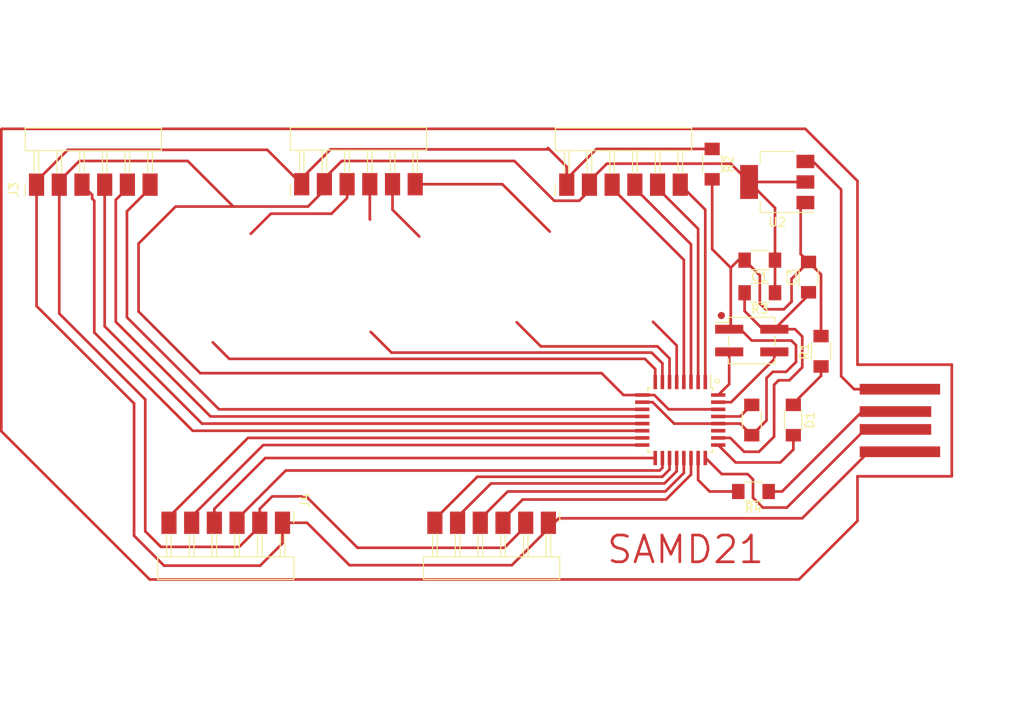
<source format=kicad_pcb>
(kicad_pcb (version 20240108) (generator "pcbnew") (generator_version "8.0")
  (layers (0 "F.Cu" signal) (31 "B.Cu" signal) (34 "B.Paste" user) (35 "F.Paste" user) (36 "B.SilkS" user "B.Silkscreen") (37 "F.SilkS" user "F.Silkscreen") (38 "B.Mask" user) (39 "F.Mask" user) (44 "Edge.Cuts" user))
  (net 0 "")
  (net 1 "GND")
  (net 2 "VDD")
  (net 3 "VCR")
  (net 4 "LED")
  (net 5 "Net-(D1-K)")
  (net 6 "RST")
  (net 7 "CLK")
  (net 8 "DIO")
  (net 9 "PA06")
  (net 10 "PA04")
  (net 11 "PA07")
  (net 12 "PA05")
  (net 13 "PA09")
  (net 14 "PA10")
  (net 15 "PA08")
  (net 16 "PA11")
  (net 17 "PA16")
  (net 18 "PA17")
  (net 19 "PA15")
  (net 20 "PA14")
  (net 21 "PA22")
  (net 22 "PA23")
  (net 23 "PA18")
  (net 24 "PA19")
  (net 25 "PA00")
  (net 26 "PA03")
  (net 27 "PA01")
  (net 28 "PA02")
  (net 29 "D-")
  (net 30 "D+")
  (net 31 "PWR5V")
  (footprint "fab:PinHeader_1x06_P2.54mm_Horizontal_SMD" (layer "F.Cu") (at 74.199832 83.15 90)
    (property "Reference" "J3" (at -1.524 -2.54 -90) (layer "F.SilkS") (effects (justify left)))
    (property "Value" "Conn_PinHeader_1x06_P2.54mm_Horizontal_SMD")
    (fp_line (start 6.35 -1.27) (end 6.35 13.97) (stroke (width 0.12)) (layer "F.SilkS"))
    (fp_line (start 3.81 -1.27) (end 6.35 -1.27) (stroke (width 0.12)) (layer "F.SilkS"))
    (fp_line (start -1.27 -1.27) (end 0 -1.27) (stroke (width 0.12)) (layer "F.SilkS"))
    (fp_line (start 3.81 -0.254) (end 1.27 -0.254) (stroke (width 0.12)) (layer "F.SilkS"))
    (fp_line (start 3.81 0.254) (end 1.27 0.254) (stroke (width 0.12)) (layer "F.SilkS"))
    (fp_line (start 3.81 2.286) (end 1.27 2.286) (stroke (width 0.12)) (layer "F.SilkS"))
    (fp_line (start 3.81 2.794) (end 1.27 2.794) (stroke (width 0.12)) (layer "F.SilkS"))
    (fp_line (start 3.81 4.826) (end 1.27 4.826) (stroke (width 0.12)) (layer "F.SilkS"))
    (fp_line (start 3.81 5.334) (end 1.27 5.334) (stroke (width 0.12)) (layer "F.SilkS"))
    (fp_line (start 3.81 7.366) (end 1.27 7.366) (stroke (width 0.12)) (layer "F.SilkS"))
    (fp_line (start 3.81 7.874) (end 1.27 7.874) (stroke (width 0.12)) (layer "F.SilkS"))
    (fp_line (start 3.81 9.906) (end 1.27 9.906) (stroke (width 0.12)) (layer "F.SilkS"))
    (fp_line (start 3.81 10.414) (end 1.27 10.414) (stroke (width 0.12)) (layer "F.SilkS"))
    (fp_line (start 3.81 12.446) (end 1.27 12.446) (stroke (width 0.12)) (layer "F.SilkS"))
    (fp_line (start 3.81 12.954) (end 1.27 12.954) (stroke (width 0.12)) (layer "F.SilkS"))
    (fp_line (start 6.35 13.97) (end 3.81 13.97) (stroke (width 0.12)) (layer "F.SilkS"))
    (fp_line (start 3.81 13.97) (end 3.81 -1.27) (stroke (width 0.12)) (layer "F.SilkS"))
    (pad "1" smd rect (at 0 0 90) (size 2.5 1.7) (layers "F.Cu" "F.Paste" "F.Mask") (net 1 "GND"))
    (pad "2" smd rect (at 0 2.54 90) (size 2.5 1.7) (layers "F.Cu" "F.Paste" "F.Mask") (net 2 "VDD"))
    (pad "3" smd rect (at 0 5.08 90) (size 2.5 1.7) (layers "F.Cu" "F.Paste" "F.Mask") (net 16 "PA11"))
    (pad "4" smd rect (at 0 7.62 90) (size 2.5 1.7) (layers "F.Cu" "F.Paste" "F.Mask") (net 14 "PA10"))
    (pad "5" smd rect (at 0 10.16 90) (size 2.5 1.7) (layers "F.Cu" "F.Paste" "F.Mask") (net 13 "PA09"))
    (pad "6" smd rect (at 0 12.7 90) (size 2.5 1.7) (layers "F.Cu" "F.Paste" "F.Mask") (net 15 "PA08"))
  )
  (footprint "fab:R_1206" (layer "F.Cu") (at 161.959832 101.8 90)
    (property "Reference" "R1" (at 0 -1.85 -90) (layer "F.SilkS"))
    (property "Value" "220")
    (fp_line (start -1 -1.07) (end 1 -1.07) (stroke (width 0.12)) (layer "F.SilkS"))
    (fp_line (start 1 1.07) (end -1 1.07) (stroke (width 0.12)) (layer "F.SilkS"))
    (pad "1" smd rect (at -1.7 0 90) (size 1.4 1.7) (layers "F.Cu" "F.Paste" "F.Mask") (net 5 "Net-(D1-K)"))
    (pad "2" smd rect (at 1.7 0 90) (size 1.4 1.7) (layers "F.Cu" "F.Paste" "F.Mask") (net 1 "GND"))
  )
  (footprint "fab:C_1206" (layer "F.Cu") (at 160.559832 93.5 90)
    (property "Reference" "C3" (at 0 -1.85 -90) (layer "F.SilkS"))
    (property "Value" "1uf")
    (fp_line (start -1 -1.07) (end 1 -1.07) (stroke (width 0.12)) (layer "F.SilkS"))
    (fp_line (start 1 1.07) (end -1 1.07) (stroke (width 0.12)) (layer "F.SilkS"))
    (pad "1" smd rect (at -1.7 0 90) (size 1.4 1.7) (layers "F.Cu" "F.Paste" "F.Mask") (net 6 "RST"))
    (pad "2" smd rect (at 1.7 0 90) (size 1.4 1.7) (layers "F.Cu" "F.Paste" "F.Mask") (net 1 "GND"))
  )
  (footprint "fab:C_1206" (layer "F.Cu") (at 155.109832 91.6 180)
    (property "Reference" "C1" (at 0 -1.85 180) (layer "F.SilkS"))
    (property "Value" "1uF")
    (fp_line (start 1 1.07) (end -1 1.07) (stroke (width 0.12)) (layer "F.SilkS"))
    (fp_line (start -1 -1.07) (end 1 -1.07) (stroke (width 0.12)) (layer "F.SilkS"))
    (pad "1" smd rect (at -1.7 0 180) (size 1.4 1.7) (layers "F.Cu" "F.Paste" "F.Mask") (net 2 "VDD"))
    (pad "2" smd rect (at 1.7 0 180) (size 1.4 1.7) (layers "F.Cu" "F.Paste" "F.Mask") (net 1 "GND"))
  )
  (footprint "fab:PinHeader_1x06_P2.54mm_Horizontal_SMD" (layer "F.Cu") (at 131.459832 121 -90)
    (property "Reference" "J5" (hide yes))
    (property "Value" "Conn_PinHeader_1x06_P2.54mm_Horizontal_SMD")
    (fp_line (start 3.81 13.97) (end 3.81 -1.27) (stroke (width 0.12)) (layer "F.SilkS"))
    (fp_line (start 6.35 13.97) (end 3.81 13.97) (stroke (width 0.12)) (layer "F.SilkS"))
    (fp_line (start 3.81 12.954) (end 1.27 12.954) (stroke (width 0.12)) (layer "F.SilkS"))
    (fp_line (start 3.81 12.446) (end 1.27 12.446) (stroke (width 0.12)) (layer "F.SilkS"))
    (fp_line (start 3.81 10.414) (end 1.27 10.414) (stroke (width 0.12)) (layer "F.SilkS"))
    (fp_line (start 3.81 9.906) (end 1.27 9.906) (stroke (width 0.12)) (layer "F.SilkS"))
    (fp_line (start 3.81 7.874) (end 1.27 7.874) (stroke (width 0.12)) (layer "F.SilkS"))
    (fp_line (start 3.81 7.366) (end 1.27 7.366) (stroke (width 0.12)) (layer "F.SilkS"))
    (fp_line (start 3.81 5.334) (end 1.27 5.334) (stroke (width 0.12)) (layer "F.SilkS"))
    (fp_line (start 3.81 4.826) (end 1.27 4.826) (stroke (width 0.12)) (layer "F.SilkS"))
    (fp_line (start 3.81 2.794) (end 1.27 2.794) (stroke (width 0.12)) (layer "F.SilkS"))
    (fp_line (start 3.81 2.286) (end 1.27 2.286) (stroke (width 0.12)) (layer "F.SilkS"))
    (fp_line (start 3.81 0.254) (end 1.27 0.254) (stroke (width 0.12)) (layer "F.SilkS"))
    (fp_line (start 3.81 -0.254) (end 1.27 -0.254) (stroke (width 0.12)) (layer "F.SilkS"))
    (fp_line (start -1.27 -1.27) (end 0 -1.27) (stroke (width 0.12)) (layer "F.SilkS"))
    (fp_line (start 3.81 -1.27) (end 6.35 -1.27) (stroke (width 0.12)) (layer "F.SilkS"))
    (fp_line (start 6.35 -1.27) (end 6.35 13.97) (stroke (width 0.12)) (layer "F.SilkS"))
    (pad "1" smd rect (at 0 0 270) (size 2.5 1.7) (layers "F.Cu" "F.Paste" "F.Mask") (net 1 "GND"))
    (pad "2" smd rect (at 0 2.54 270) (size 2.5 1.7) (layers "F.Cu" "F.Paste" "F.Mask") (net 2 "VDD"))
    (pad "3" smd rect (at 0 5.08 270) (size 2.5 1.7) (layers "F.Cu" "F.Paste" "F.Mask") (net 22 "PA23"))
    (pad "4" smd rect (at 0 7.62 270) (size 2.5 1.7) (layers "F.Cu" "F.Paste" "F.Mask") (net 21 "PA22"))
    (pad "5" smd rect (at 0 10.16 270) (size 2.5 1.7) (layers "F.Cu" "F.Paste" "F.Mask") (net 24 "PA19"))
    (pad "6" smd rect (at 0 12.7 270) (size 2.5 1.7) (layers "F.Cu" "F.Paste" "F.Mask") (net 23 "PA18"))
  )
  (footprint "fab:PinHeader_1x06_P2.54mm_Horizontal_SMD" (layer "F.Cu") (at 101.709832 121 -90)
    (property "Reference" "J4" (at -1.524 -2.54 90) (layer "F.SilkS") (effects (justify left)))
    (property "Value" "Conn_PinHeader_1x06_P2.54mm_Horizontal_SMD")
    (fp_line (start 3.81 13.97) (end 3.81 -1.27) (stroke (width 0.12)) (layer "F.SilkS"))
    (fp_line (start 6.35 13.97) (end 3.81 13.97) (stroke (width 0.12)) (layer "F.SilkS"))
    (fp_line (start 3.81 12.954) (end 1.27 12.954) (stroke (width 0.12)) (layer "F.SilkS"))
    (fp_line (start 3.81 12.446) (end 1.27 12.446) (stroke (width 0.12)) (layer "F.SilkS"))
    (fp_line (start 3.81 10.414) (end 1.27 10.414) (stroke (width 0.12)) (layer "F.SilkS"))
    (fp_line (start 3.81 9.906) (end 1.27 9.906) (stroke (width 0.12)) (layer "F.SilkS"))
    (fp_line (start 3.81 7.874) (end 1.27 7.874) (stroke (width 0.12)) (layer "F.SilkS"))
    (fp_line (start 3.81 7.366) (end 1.27 7.366) (stroke (width 0.12)) (layer "F.SilkS"))
    (fp_line (start 3.81 5.334) (end 1.27 5.334) (stroke (width 0.12)) (layer "F.SilkS"))
    (fp_line (start 3.81 4.826) (end 1.27 4.826) (stroke (width 0.12)) (layer "F.SilkS"))
    (fp_line (start 3.81 2.794) (end 1.27 2.794) (stroke (width 0.12)) (layer "F.SilkS"))
    (fp_line (start 3.81 2.286) (end 1.27 2.286) (stroke (width 0.12)) (layer "F.SilkS"))
    (fp_line (start 3.81 0.254) (end 1.27 0.254) (stroke (width 0.12)) (layer "F.SilkS"))
    (fp_line (start 3.81 -0.254) (end 1.27 -0.254) (stroke (width 0.12)) (layer "F.SilkS"))
    (fp_line (start -1.27 -1.27) (end 0 -1.27) (stroke (width 0.12)) (layer "F.SilkS"))
    (fp_line (start 3.81 -1.27) (end 6.35 -1.27) (stroke (width 0.12)) (layer "F.SilkS"))
    (fp_line (start 6.35 -1.27) (end 6.35 13.97) (stroke (width 0.12)) (layer "F.SilkS"))
    (pad "1" smd rect (at 0 0 270) (size 2.5 1.7) (layers "F.Cu" "F.Paste" "F.Mask") (net 1 "GND"))
    (pad "2" smd rect (at 0 2.54 270) (size 2.5 1.7) (layers "F.Cu" "F.Paste" "F.Mask") (net 2 "VDD"))
    (pad "3" smd rect (at 0 5.08 270) (size 2.5 1.7) (layers "F.Cu" "F.Paste" "F.Mask") (net 18 "PA17"))
    (pad "4" smd rect (at 0 7.62 270) (size 2.5 1.7) (layers "F.Cu" "F.Paste" "F.Mask") (net 17 "PA16"))
    (pad "5" smd rect (at 0 10.16 270) (size 2.5 1.7) (layers "F.Cu" "F.Paste" "F.Mask") (net 19 "PA15"))
    (pad "6" smd rect (at 0 12.7 270) (size 2.5 1.7) (layers "F.Cu" "F.Paste" "F.Mask") (net 20 "PA14"))
  )
  (footprint "fab:R_1206" (layer "F.Cu") (at 154.4 117.5 180)
    (property "Reference" "R4" (at 0 -1.85 180) (layer "F.SilkS"))
    (property "Value" "R_1206")
    (fp_line (start 1 1.07) (end -1 1.07) (stroke (width 0.12)) (layer "F.SilkS"))
    (fp_line (start -1 -1.07) (end 1 -1.07) (stroke (width 0.12)) (layer "F.SilkS"))
    (pad "1" smd rect (at -1.7 0 180) (size 1.4 1.7) (layers "F.Cu" "F.Paste" "F.Mask") (net 29 "D-"))
    (pad "2" smd rect (at 1.7 0 180) (size 1.4 1.7) (layers "F.Cu" "F.Paste" "F.Mask") (net 29 "D-"))
  )
  (footprint "fab:TQFP-32_7x7mm_P0.8mm" (layer "F.Cu") (at 146.209832 109.5 -90)
    (property "Reference" "U1" (hide yes))
    (property "Value" "Microcontroller_ATSAMD21E17A-AUT")
    (fp_line (start -3.625 3.625) (end -3.3 3.625) (stroke (width 0.15)) (layer "F.SilkS"))
    (fp_line (start -3.625 3.625) (end -3.625 3.3) (stroke (width 0.15)) (layer "F.SilkS"))
    (fp_line (start 3.625 3.625) (end 3.3 3.625) (stroke (width 0.15)) (layer "F.SilkS"))
    (fp_line (start 3.625 3.625) (end 3.625 3.3) (stroke (width 0.15)) (layer "F.SilkS"))
    (fp_line (start -3.625 -3.4) (end -5.05 -3.4) (stroke (width 0.15)) (layer "F.SilkS"))
    (fp_line (start -3.625 -3.625) (end -3.625 -3.4) (stroke (width 0.15)) (layer "F.SilkS"))
    (fp_line (start -3.625 -3.625) (end -3.3 -3.625) (stroke (width 0.15)) (layer "F.SilkS"))
    (fp_line (start 3.625 -3.625) (end 3.625 -3.3) (stroke (width 0.15)) (layer "F.SilkS"))
    (fp_line (start 3.625 -3.625) (end 3.3 -3.625) (stroke (width 0.15)) (layer "F.SilkS"))
    (fp_circle (center -4.375 -4.15) (end -4.375 -3.9) (stroke (width 0.12)) (fill none) (layer "F.SilkS"))
    (pad "1" smd rect (at -4.25 -2.8 270) (size 1.6 0.4) (layers "F.Cu" "F.Paste" "F.Mask") (net 25 "PA00"))
    (pad "2" smd rect (at -4.25 -2 270) (size 1.6 0.4) (layers "F.Cu" "F.Paste" "F.Mask") (net 27 "PA01"))
    (pad "3" smd rect (at -4.25 -1.2 270) (size 1.6 0.4) (layers "F.Cu" "F.Paste" "F.Mask") (net 28 "PA02"))
    (pad "4" smd rect (at -4.25 -0.4 270) (size 1.6 0.4) (layers "F.Cu" "F.Paste" "F.Mask") (net 26 "PA03"))
    (pad "5" smd rect (at -4.25 0.4 270) (size 1.6 0.4) (layers "F.Cu" "F.Paste" "F.Mask") (net 10 "PA04"))
    (pad "6" smd rect (at -4.25 1.2 270) (size 1.6 0.4) (layers "F.Cu" "F.Paste" "F.Mask") (net 12 "PA05"))
    (pad "7" smd rect (at -4.25 2 270) (size 1.6 0.4) (layers "F.Cu" "F.Paste" "F.Mask") (net 9 "PA06"))
    (pad "8" smd rect (at -4.25 2.8 270) (size 1.6 0.4) (layers "F.Cu" "F.Paste" "F.Mask") (net 11 "PA07"))
    (pad "9" smd rect (at -2.8 4.25) (size 1.6 0.4) (layers "F.Cu" "F.Paste" "F.Mask") (net 2 "VDD"))
    (pad "10" smd rect (at -2 4.25) (size 1.6 0.4) (layers "F.Cu" "F.Paste" "F.Mask") (net 1 "GND"))
    (pad "11" smd rect (at -1.2 4.25) (size 1.6 0.4) (layers "F.Cu" "F.Paste" "F.Mask") (net 15 "PA08"))
    (pad "12" smd rect (at -0.4 4.25) (size 1.6 0.4) (layers "F.Cu" "F.Paste" "F.Mask") (net 13 "PA09"))
    (pad "13" smd rect (at 0.4 4.25) (size 1.6 0.4) (layers "F.Cu" "F.Paste" "F.Mask") (net 14 "PA10"))
    (pad "14" smd rect (at 1.2 4.25) (size 1.6 0.4) (layers "F.Cu" "F.Paste" "F.Mask") (net 16 "PA11"))
    (pad "15" smd rect (at 2 4.25) (size 1.6 0.4) (layers "F.Cu" "F.Paste" "F.Mask") (net 20 "PA14"))
    (pad "16" smd rect (at 2.8 4.25) (size 1.6 0.4) (layers "F.Cu" "F.Paste" "F.Mask") (net 19 "PA15"))
    (pad "17" smd rect (at 4.25 2.8 270) (size 1.6 0.4) (layers "F.Cu" "F.Paste" "F.Mask") (net 17 "PA16"))
    (pad "18" smd rect (at 4.25 2 270) (size 1.6 0.4) (layers "F.Cu" "F.Paste" "F.Mask") (net 18 "PA17"))
    (pad "19" smd rect (at 4.25 1.2 270) (size 1.6 0.4) (layers "F.Cu" "F.Paste" "F.Mask") (net 23 "PA18"))
    (pad "20" smd rect (at 4.25 0.4 270) (size 1.6 0.4) (layers "F.Cu" "F.Paste" "F.Mask") (net 24 "PA19"))
    (pad "21" smd rect (at 4.25 -0.4 270) (size 1.6 0.4) (layers "F.Cu" "F.Paste" "F.Mask") (net 21 "PA22"))
    (pad "22" smd rect (at 4.25 -1.2 270) (size 1.6 0.4) (layers "F.Cu" "F.Paste" "F.Mask") (net 22 "PA23"))
    (pad "23" smd rect (at 4.25 -2 270) (size 1.6 0.4) (layers "F.Cu" "F.Paste" "F.Mask") (net 29 "D-"))
    (pad "24" smd rect (at 4.25 -2.8 270) (size 1.6 0.4) (layers "F.Cu" "F.Paste" "F.Mask") (net 30 "D+"))
    (pad "25" smd rect (at 2.8 -4.25) (size 1.6 0.4) (layers "F.Cu" "F.Paste" "F.Mask") (net 4 "LED"))
    (pad "26" smd rect (at 2 -4.25) (size 1.6 0.4) (layers "F.Cu" "F.Paste" "F.Mask") (net 6 "RST"))
    (pad "27" smd rect (at 1.2 -4.25) (size 1.6 0.4) (layers "F.Cu" "F.Paste" "F.Mask"))
    (pad "28" smd rect (at 0.4 -4.25) (size 1.6 0.4) (layers "F.Cu" "F.Paste" "F.Mask") (net 1 "GND"))
    (pad "29" smd rect (at -0.4 -4.25) (size 1.6 0.4) (layers "F.Cu" "F.Paste" "F.Mask") (net 3 "VCR"))
    (pad "30" smd rect (at -1.2 -4.25) (size 1.6 0.4) (layers "F.Cu" "F.Paste" "F.Mask") (net 2 "VDD"))
    (pad "31" smd rect (at -2 -4.25) (size 1.6 0.4) (layers "F.Cu" "F.Paste" "F.Mask") (net 7 "CLK"))
    (pad "32" smd rect (at -2.8 -4.25) (size 1.6 0.4) (layers "F.Cu" "F.Paste" "F.Mask") (net 8 "DIO"))
  )
  (footprint "fab:PinHeader_1x06_P2.54mm_Horizontal_SMD" (layer "F.Cu") (at 103.859832 83.1 90)
    (property "Reference" "J2" (hide yes))
    (property "Value" "Conn_PinHeader_1x06_P2.54mm_Horizontal_SMD")
    (fp_line (start 6.35 -1.27) (end 6.35 13.97) (stroke (width 0.12)) (layer "F.SilkS"))
    (fp_line (start 3.81 -1.27) (end 6.35 -1.27) (stroke (width 0.12)) (layer "F.SilkS"))
    (fp_line (start -1.27 -1.27) (end 0 -1.27) (stroke (width 0.12)) (layer "F.SilkS"))
    (fp_line (start 3.81 -0.254) (end 1.27 -0.254) (stroke (width 0.12)) (layer "F.SilkS"))
    (fp_line (start 3.81 0.254) (end 1.27 0.254) (stroke (width 0.12)) (layer "F.SilkS"))
    (fp_line (start 3.81 2.286) (end 1.27 2.286) (stroke (width 0.12)) (layer "F.SilkS"))
    (fp_line (start 3.81 2.794) (end 1.27 2.794) (stroke (width 0.12)) (layer "F.SilkS"))
    (fp_line (start 3.81 4.826) (end 1.27 4.826) (stroke (width 0.12)) (layer "F.SilkS"))
    (fp_line (start 3.81 5.334) (end 1.27 5.334) (stroke (width 0.12)) (layer "F.SilkS"))
    (fp_line (start 3.81 7.366) (end 1.27 7.366) (stroke (width 0.12)) (layer "F.SilkS"))
    (fp_line (start 3.81 7.874) (end 1.27 7.874) (stroke (width 0.12)) (layer "F.SilkS"))
    (fp_line (start 3.81 9.906) (end 1.27 9.906) (stroke (width 0.12)) (layer "F.SilkS"))
    (fp_line (start 3.81 10.414) (end 1.27 10.414) (stroke (width 0.12)) (layer "F.SilkS"))
    (fp_line (start 3.81 12.446) (end 1.27 12.446) (stroke (width 0.12)) (layer "F.SilkS"))
    (fp_line (start 3.81 12.954) (end 1.27 12.954) (stroke (width 0.12)) (layer "F.SilkS"))
    (fp_line (start 6.35 13.97) (end 3.81 13.97) (stroke (width 0.12)) (layer "F.SilkS"))
    (fp_line (start 3.81 13.97) (end 3.81 -1.27) (stroke (width 0.12)) (layer "F.SilkS"))
    (pad "1" smd rect (at 0 0 90) (size 2.5 1.7) (layers "F.Cu" "F.Paste" "F.Mask") (net 1 "GND"))
    (pad "2" smd rect (at 0 2.54 90) (size 2.5 1.7) (layers "F.Cu" "F.Paste" "F.Mask") (net 2 "VDD"))
    (pad "3" smd rect (at 0 5.08 90) (size 2.5 1.7) (layers "F.Cu" "F.Paste" "F.Mask") (net 11 "PA07"))
    (pad "4" smd rect (at 0 7.62 90) (size 2.5 1.7) (layers "F.Cu" "F.Paste" "F.Mask") (net 9 "PA06"))
    (pad "5" smd rect (at 0 10.16 90) (size 2.5 1.7) (layers "F.Cu" "F.Paste" "F.Mask") (net 12 "PA05"))
    (pad "6" smd rect (at 0 12.7 90) (size 2.5 1.7) (layers "F.Cu" "F.Paste" "F.Mask") (net 10 "PA04"))
  )
  (footprint "fab:Conn_USB_A_Plain" (layer "F.Cu") (at 170.784832 109.55)
    (property "Reference" "P1" (hide yes))
    (property "Value" "Conn_USB_A_Plain")
    (pad "1" smd rect (at 0 -3.5) (size 9 1.2) (layers "F.Cu" "F.Paste" "F.Mask") (net 31 "PWR5V"))
    (pad "2" smd rect (at -0.5 -1) (size 8 1.2) (layers "F.Cu" "F.Paste" "F.Mask") (net 29 "D-"))
    (pad "3" smd rect (at -0.5 1) (size 8 1.2) (layers "F.Cu" "F.Paste" "F.Mask") (net 30 "D+"))
    (pad "4" smd rect (at 0 3.5) (size 9 1.2) (layers "F.Cu" "F.Paste" "F.Mask") (net 1 "GND"))
  )
  (footprint "fab:PinHeader_2x02_P2.54mm_Vertical_SMD" (layer "F.Cu") (at 154.209832 100.6)
    (property "Reference" "J0" (hide yes))
    (property "Value" "Conn_PinHeader_SWD_2x02_P2.54mm_Vertical_SMD")
    (fp_circle (center -3.4 -2.8) (end -3.1 -2.8) (stroke (width 0.2)) (fill solid) (layer "F.Cu"))
    (fp_line (start -4.04 -2.03) (end -2.6 -2.03) (stroke (width 0.12)) (layer "F.SilkS"))
    (fp_line (start -2.6 -2.6) (end -2.6 -2.03) (stroke (width 0.12)) (layer "F.SilkS"))
    (fp_line (start -2.6 -2.6) (end 2.6 -2.6) (stroke (width 0.12)) (layer "F.SilkS"))
    (fp_line (start -2.6 -0.51) (end -2.6 0.51) (stroke (width 0.12)) (layer "F.SilkS"))
    (fp_line (start -2.6 2.03) (end -2.6 2.6) (stroke (width 0.12)) (layer "F.SilkS"))
    (fp_line (start -2.6 2.6) (end 2.6 2.6) (stroke (width 0.12)) (layer "F.SilkS"))
    (fp_line (start 2.6 -2.6) (end 2.6 -2.03) (stroke (width 0.12)) (layer "F.SilkS"))
    (fp_line (start 2.6 -0.51) (end 2.6 0.51) (stroke (width 0.12)) (layer "F.SilkS"))
    (fp_line (start 2.6 2.03) (end 2.6 2.6) (stroke (width 0.12)) (layer "F.SilkS"))
    (pad "1" smd rect (at -2.525 -1.27) (size 3.15 1) (layers "F.Cu" "F.Paste" "F.Mask") (net 1 "GND"))
    (pad "2" smd rect (at 2.525 -1.27) (size 3.15 1) (layers "F.Cu" "F.Paste" "F.Mask") (net 6 "RST"))
    (pad "3" smd rect (at -2.525 1.27) (size 3.15 1) (layers "F.Cu" "F.Paste" "F.Mask") (net 8 "DIO"))
    (pad "4" smd rect (at 2.525 1.27) (size 3.15 1) (layers "F.Cu" "F.Paste" "F.Mask") (net 7 "CLK"))
  )
  (footprint "fab:LED_1206" (layer "F.Cu") (at 158.859832 109.5 -90)
    (property "Reference" "D1" (at 0 -1.85 90) (layer "F.SilkS"))
    (property "Value" "LED_1206")
    (fp_line (start -1.1 1) (end 1.1 1) (stroke (width 0.12)) (layer "F.SilkS"))
    (fp_line (start -1.1 -0.95) (end 1.1 -0.95) (stroke (width 0.12)) (layer "F.SilkS"))
    (pad "1" smd rect (at -1.7 0 270) (size 1.4 1.7) (layers "F.Cu" "F.Paste" "F.Mask") (net 5 "Net-(D1-K)"))
    (pad "2" smd rect (at 1.7 0 270) (size 1.4 1.7) (layers "F.Cu" "F.Paste" "F.Mask") (net 4 "LED"))
  )
  (footprint "fab:PinHeader_1x06_P2.54mm_Horizontal_SMD" (layer "F.Cu") (at 133.509832 83.15 90)
    (property "Reference" "J1" (hide yes))
    (property "Value" "Conn_PinHeader_1x06_P2.54mm_Horizontal_SMD")
    (fp_line (start 6.35 -1.27) (end 6.35 13.97) (stroke (width 0.12)) (layer "F.SilkS"))
    (fp_line (start 3.81 -1.27) (end 6.35 -1.27) (stroke (width 0.12)) (layer "F.SilkS"))
    (fp_line (start -1.27 -1.27) (end 0 -1.27) (stroke (width 0.12)) (layer "F.SilkS"))
    (fp_line (start 3.81 -0.254) (end 1.27 -0.254) (stroke (width 0.12)) (layer "F.SilkS"))
    (fp_line (start 3.81 0.254) (end 1.27 0.254) (stroke (width 0.12)) (layer "F.SilkS"))
    (fp_line (start 3.81 2.286) (end 1.27 2.286) (stroke (width 0.12)) (layer "F.SilkS"))
    (fp_line (start 3.81 2.794) (end 1.27 2.794) (stroke (width 0.12)) (layer "F.SilkS"))
    (fp_line (start 3.81 4.826) (end 1.27 4.826) (stroke (width 0.12)) (layer "F.SilkS"))
    (fp_line (start 3.81 5.334) (end 1.27 5.334) (stroke (width 0.12)) (layer "F.SilkS"))
    (fp_line (start 3.81 7.366) (end 1.27 7.366) (stroke (width 0.12)) (layer "F.SilkS"))
    (fp_line (start 3.81 7.874) (end 1.27 7.874) (stroke (width 0.12)) (layer "F.SilkS"))
    (fp_line (start 3.81 9.906) (end 1.27 9.906) (stroke (width 0.12)) (layer "F.SilkS"))
    (fp_line (start 3.81 10.414) (end 1.27 10.414) (stroke (width 0.12)) (layer "F.SilkS"))
    (fp_line (start 3.81 12.446) (end 1.27 12.446) (stroke (width 0.12)) (layer "F.SilkS"))
    (fp_line (start 3.81 12.954) (end 1.27 12.954) (stroke (width 0.12)) (layer "F.SilkS"))
    (fp_line (start 6.35 13.97) (end 3.81 13.97) (stroke (width 0.12)) (layer "F.SilkS"))
    (fp_line (start 3.81 13.97) (end 3.81 -1.27) (stroke (width 0.12)) (layer "F.SilkS"))
    (pad "1" smd rect (at 0 0 90) (size 2.5 1.7) (layers "F.Cu" "F.Paste" "F.Mask") (net 1 "GND"))
    (pad "2" smd rect (at 0 2.54 90) (size 2.5 1.7) (layers "F.Cu" "F.Paste" "F.Mask") (net 2 "VDD"))
    (pad "3" smd rect (at 0 5.08 90) (size 2.5 1.7) (layers "F.Cu" "F.Paste" "F.Mask") (net 26 "PA03"))
    (pad "4" smd rect (at 0 7.62 90) (size 2.5 1.7) (layers "F.Cu" "F.Paste" "F.Mask") (net 28 "PA02"))
    (pad "5" smd rect (at 0 10.16 90) (size 2.5 1.7) (layers "F.Cu" "F.Paste" "F.Mask") (net 27 "PA01"))
    (pad "6" smd rect (at 0 12.7 90) (size 2.5 1.7) (layers "F.Cu" "F.Paste" "F.Mask") (net 25 "PA00"))
  )
  (footprint "fab:C_1206" (layer "F.Cu") (at 154.209832 109.5 -90)
    (property "Reference" "C2" (hide yes))
    (property "Value" "C_1206")
    (fp_line (start 1 1.07) (end -1 1.07) (stroke (width 0.12)) (layer "F.SilkS"))
    (fp_line (start -1 -1.07) (end 1 -1.07) (stroke (width 0.12)) (layer "F.SilkS"))
    (pad "1" smd rect (at -1.7 0 270) (size 1.4 1.7) (layers "F.Cu" "F.Paste" "F.Mask") (net 3 "VCR"))
    (pad "2" smd rect (at 1.7 0 270) (size 1.4 1.7) (layers "F.Cu" "F.Paste" "F.Mask") (net 1 "GND"))
  )
  (footprint "fab:SOT-223-3_TabPin2" (layer "F.Cu") (at 157.059832 82.85 180)
    (property "Reference" "U2" (at 0 -4.5 180) (layer "F.SilkS"))
    (property "Value" "Regulator_Linear_3.3V_1A_DiodesIncorporated")
    (fp_line (start 1.91 3.41) (end 1.91 2.15) (stroke (width 0.12)) (layer "F.SilkS"))
    (fp_line (start 1.91 -3.41) (end 1.91 -2.15) (stroke (width 0.12)) (layer "F.SilkS"))
    (fp_line (start -1.85 3.41) (end 1.91 3.41) (stroke (width 0.12)) (layer "F.SilkS"))
    (fp_line (start -4.1 -3.41) (end 1.91 -3.41) (stroke (width 0.12)) (layer "F.SilkS"))
    (pad "1" smd rect (at -3.15 -2.3 180) (size 2 1.5) (layers "F.Cu" "F.Paste" "F.Mask") (net 1 "GND"))
    (pad "2" smd rect (at -3.15 0 180) (size 2 1.5) (layers "F.Cu" "F.Paste" "F.Mask") (net 2 "VDD"))
    (pad "2" smd rect (at 3.15 0 180) (size 2 3.8) (layers "F.Cu" "F.Paste" "F.Mask") (net 2 "VDD"))
    (pad "3" smd rect (at -3.15 2.3 180) (size 2 1.5) (layers "F.Cu" "F.Paste" "F.Mask") (net 31 "PWR5V"))
  )
  (footprint "fab:R_1206" (layer "F.Cu") (at 155.109832 95.25 180)
    (property "Reference" "R3" (at 0 -1.85 180) (layer "F.SilkS"))
    (property "Value" "1k")
    (fp_line (start 1 1.07) (end -1 1.07) (stroke (width 0.12)) (layer "F.SilkS"))
    (fp_line (start -1 -1.07) (end 1 -1.07) (stroke (width 0.12)) (layer "F.SilkS"))
    (pad "1" smd rect (at -1.7 0 180) (size 1.4 1.7) (layers "F.Cu" "F.Paste" "F.Mask") (net 2 "VDD"))
    (pad "2" smd rect (at 1.7 0 180) (size 1.4 1.7) (layers "F.Cu" "F.Paste" "F.Mask") (net 6 "RST"))
  )
  (footprint "fab:R_1206" (layer "F.Cu") (at 149.779832 80.85 -90)
    (property "Reference" "R2" (at 0 -1.85 90) (layer "F.SilkS"))
    (property "Value" "R_1206")
    (fp_line (start 1 1.07) (end -1 1.07) (stroke (width 0.12)) (layer "F.SilkS"))
    (fp_line (start -1 -1.07) (end 1 -1.07) (stroke (width 0.12)) (layer "F.SilkS"))
    (pad "1" smd rect (at -1.7 0 270) (size 1.4 1.7) (layers "F.Cu" "F.Paste" "F.Mask") (net 1 "GND"))
    (pad "2" smd rect (at 1.7 0 270) (size 1.4 1.7) (layers "F.Cu" "F.Paste" "F.Mask") (net 1 "GND"))
  )
  (gr_text "SAMD21" (at 146.8 125.75 0) (layer "F.Cu") (effects (font (size 3 3) (thickness 0.3) (bold yes)) (justify bottom)))
  (segment (start 70.259832 110.75) (end 70.259832 76.95) (width 0.3) (layer "F.Cu") (net 0))
  (segment (start 70.309832 76.95) (end 70.359832 76.9) (width 0.3) (layer "F.Cu") (net 0))
  (segment (start 176.584832 115.8) (end 166.034832 115.8) (width 0.3) (layer "F.Cu") (net 0))
  (segment (start 160.199782 76.9) (end 166.034832 82.73505) (width 0.3) (layer "F.Cu") (net 0))
  (segment (start 166.034832 103.3) (end 176.584832 103.3) (width 0.3) (layer "F.Cu") (net 0))
  (segment (start 166.034832 82.73505) (end 166.034832 103.3) (width 0.3) (layer "F.Cu") (net 0))
  (segment (start 166.034832 115.8) (end 166.034832 120.796087) (width 0.3) (layer "F.Cu") (net 0))
  (segment (start 176.584832 103.3) (end 176.584832 115.8) (width 0.3) (layer "F.Cu") (net 0))
  (segment (start 159.480919 127.35) (end 86.859832 127.35) (width 0.3) (layer "F.Cu") (net 0))
  (segment (start 86.859832 127.35) (end 70.259832 110.75) (width 0.3) (layer "F.Cu") (net 0))
  (segment (start 70.259832 76.95) (end 70.309832 76.9) (width 0.3) (layer "F.Cu") (net 0))
  (segment (start 166.034832 120.796087) (end 159.480919 127.35) (width 0.3) (layer "F.Cu") (net 0))
  (segment (start 70.359832 76.9) (end 160.199782 76.9) (width 0.3) (layer "F.Cu") (net 0))
  (segment (start 100.009832 79.25) (end 103.859832 83.1) (width 0.3) (layer "F.Cu") (net 1))
  (segment (start 74.199832 83.15) (end 74.199832 96.74) (width 0.3) (layer "F.Cu") (net 1))
  (segment (start 152.709832 91.6) (end 151.859832 92.45) (width 0.3) (layer "F.Cu") (net 1))
  (segment (start 155.859832 109.55) (end 155.859832 104.8) (width 0.3) (layer "F.Cu") (net 1))
  (segment (start 127.369832 125.75) (end 132.619832 120.5) (width 0.3) (layer "F.Cu") (net 1))
  (segment (start 158.639832 100.6) (end 154.209832 100.6) (width 0.3) (layer "F.Cu") (net 1))
  (segment (start 143.119882 107.5) (end 145.519882 109.9) (width 0.3) (layer "F.Cu") (net 1))
  (segment (start 159.679832 85.68) (end 159.679832 90.92) (width 0.3) (layer "F.Cu") (net 1))
  (segment (start 159.85 120.5) (end 167.3 113.05) (width 0.3) (layer "F.Cu") (net 1))
  (segment (start 154.209832 111.2) (end 152.909832 109.9) (width 0.3) (layer "F.Cu") (net 1))
  (segment (start 109.209832 125.75) (end 127.369832 125.75) (width 0.3) (layer "F.Cu") (net 1))
  (segment (start 160.559832 91.8) (end 161.959832 93.2) (width 0.3) (layer "F.Cu") (net 1))
  (segment (start 133.509832 83.15) (end 133.509832 81.15) (width 0.3) (layer "F.Cu") (net 1))
  (segment (start 159.679832 90.92) (end 160.559832 91.8) (width 0.3) (layer "F.Cu") (net 1))
  (segment (start 154.209832 111.2) (end 155.859832 109.55) (width 0.3) (layer "F.Cu") (net 1))
  (segment (start 153.409832 91.6) (end 152.709832 91.6) (width 0.3) (layer "F.Cu") (net 1))
  (segment (start 159.159832 101.12) (end 158.639832 100.6) (width 0.3) (layer "F.Cu") (net 1))
  (segment (start 103.859832 83.1) (end 103.859832 82.44) (width 0.3) (layer "F.Cu") (net 1))
  (segment (start 158.659832 93.7) (end 158.659832 96.25) (width 0.3) (layer "F.Cu") (net 1))
  (segment (start 151.859832 92.45) (end 149.779832 90.37) (width 0.3) (layer "F.Cu") (net 1))
  (segment (start 132.619832 120.5) (end 159.85 120.5) (width 0.3) (layer "F.Cu") (net 1))
  (segment (start 101.709832 123.3) (end 101.709832 121) (width 0.3) (layer "F.Cu") (net 1))
  (segment (start 156.559832 104.1) (end 158.059832 104.1) (width 0.3) (layer "F.Cu") (net 1))
  (segment (start 131.559832 79.2) (end 131.409832 79.05) (width 0.3) (layer "F.Cu") (net 1))
  (segment (start 167.3 113.05) (end 170.784832 113.05) (width 0.3) (layer "F.Cu") (net 1))
  (segment (start 88.459832 125.8) (end 99.209832 125.8) (width 0.3) (layer "F.Cu") (net 1))
  (segment (start 107.099832 79.2) (end 131.559832 79.2) (width 0.3) (layer "F.Cu") (net 1))
  (segment (start 160.209832 85.15) (end 159.679832 85.68) (width 0.3) (layer "F.Cu") (net 1))
  (segment (start 74.199832 82.75) (end 77.699832 79.25) (width 0.3) (layer "F.Cu") (net 1))
  (segment (start 145.519882 109.9) (end 150.459832 109.9) (width 0.3) (layer "F.Cu") (net 1))
  (segment (start 133.509832 82.49) (end 133.509832 83.15) (width 0.3) (layer "F.Cu") (net 1))
  (segment (start 133.509832 81.15) (end 131.559832 79.2) (width 0.3) (layer "F.Cu") (net 1))
  (segment (start 74.199832 96.74) (end 85.109832 107.65) (width 0.3) (layer "F.Cu") (net 1))
  (segment (start 136.849832 79.15) (end 133.509832 82.49) (width 0.3) (layer "F.Cu") (net 1))
  (segment (start 155.109832 93.3) (end 153.409832 91.6) (width 0.3) (layer "F.Cu") (net 1))
  (segment (start 149.779832 79.15) (end 136.849832 79.15) (width 0.3) (layer "F.Cu") (net 1))
  (segment (start 157.809832 97.1) (end 155.759832 97.1) (width 0.3) (layer "F.Cu") (net 1))
  (segment (start 85.109832 122.45) (end 88.459832 125.8) (width 0.3) (layer "F.Cu") (net 1))
  (segment (start 155.109832 96.45) (end 155.109832 93.3) (width 0.3) (layer "F.Cu") (net 1))
  (segment (start 158.659832 96.25) (end 157.809832 97.1) (width 0.3) (layer "F.Cu") (net 1))
  (segment (start 149.779832 90.37) (end 149.779832 82.55) (width 0.3) (layer "F.Cu") (net 1))
  (segment (start 152.909832 109.9) (end 150.459832 109.9) (width 0.3) (layer "F.Cu") (net 1))
  (segment (start 77.699832 79.25) (end 100.009832 79.25) (width 0.3) (layer "F.Cu") (net 1))
  (segment (start 158.059832 104.1) (end 159.159832 103) (width 0.3) (layer "F.Cu") (net 1))
  (segment (start 151.684832 99.33) (end 151.859832 99.155) (width 0.3) (layer "F.Cu") (net 1))
  (segment (start 160.559832 91.8) (end 158.659832 93.7) (width 0.3) (layer "F.Cu") (net 1))
  (segment (start 159.159832 103) (end 159.159832 101.12) (width 0.3) (layer "F.Cu") (net 1))
  (segment (start 161.959832 93.2) (end 161.959832 100.1) (width 0.3) (layer "F.Cu") (net 1))
  (segment (start 155.859832 104.8) (end 156.559832 104.1) (width 0.3) (layer "F.Cu") (net 1))
  (segment (start 103.859832 82.44) (end 107.099832 79.2) (width 0.3) (layer "F.Cu") (net 1))
  (segment (start 99.209832 125.8) (end 101.709832 123.3) (width 0.3) (layer "F.Cu") (net 1))
  (segment (start 151.859832 99.155) (end 151.859832 92.45) (width 0.3) (layer "F.Cu") (net 1))
  (segment (start 152.939832 99.33) (end 151.684832 99.33) (width 0.3) (layer "F.Cu") (net 1))
  (segment (start 154.209832 100.6) (end 152.939832 99.33) (width 0.3) (layer "F.Cu") (net 1))
  (segment (start 101.709832 121) (end 104.459832 121) (width 0.3) (layer "F.Cu") (net 1))
  (segment (start 141.959832 107.5) (end 143.119882 107.5) (width 0.3) (layer "F.Cu") (net 1))
  (segment (start 155.759832 97.1) (end 155.109832 96.45) (width 0.3) (layer "F.Cu") (net 1))
  (segment (start 85.109832 107.65) (end 85.109832 122.45) (width 0.3) (layer "F.Cu") (net 1))
  (segment (start 104.459832 121) (end 109.209832 125.75) (width 0.3) (layer "F.Cu") (net 1))
  (segment (start 74.199832 83.15) (end 74.199832 82.75) (width 0.3) (layer "F.Cu") (net 1))
  (segment (start 134.909832 84.95) (end 132.109832 84.95) (width 0.3) (layer "F.Cu") (net 2))
  (segment (start 160.209832 82.85) (end 153.909832 82.85) (width 0.3) (layer "F.Cu") (net 2))
  (segment (start 128.919832 121.4) (end 126.519832 123.8) (width 0.3) (layer "F.Cu") (net 2))
  (segment (start 110.109832 123.8) (end 104.359832 118.05) (width 0.3) (layer "F.Cu") (net 2))
  (segment (start 153.909832 82.85) (end 151.859832 80.8) (width 0.3) (layer "F.Cu") (net 2))
  (segment (start 136.049832 83.81) (end 134.909832 84.95) (width 0.3) (layer "F.Cu") (net 2))
  (segment (start 76.739832 82.75) (end 78.989832 80.5) (width 0.3) (layer "F.Cu") (net 2))
  (segment (start 76.739832 97.58) (end 76.739832 83.15) (width 0.3) (layer "F.Cu") (net 2))
  (segment (start 78.989832 80.5) (end 91.109832 80.5) (width 0.3) (layer "F.Cu") (net 2))
  (segment (start 127.659832 80.5) (end 108.339832 80.5) (width 0.3) (layer "F.Cu") (net 2))
  (segment (start 156.809832 91.6) (end 156.809832 95.25) (width 0.3) (layer "F.Cu") (net 2))
  (segment (start 76.739832 83.15) (end 76.739832 82.75) (width 0.3) (layer "F.Cu") (net 2))
  (segment (start 106.399832 82.44) (end 106.399832 83.1) (width 0.3) (layer "F.Cu") (net 2))
  (segment (start 156.809832 85.75) (end 153.909832 82.85) (width 0.3) (layer "F.Cu") (net 2))
  (segment (start 99.169832 121.4) (end 96.869832 123.7) (width 0.3) (layer "F.Cu") (net 2))
  (segment (start 99.169832 121) (end 99.169832 121.4) (width 0.3) (layer "F.Cu") (net 2))
  (segment (start 108.339832 80.5) (end 106.399832 82.44) (width 0.3) (layer "F.Cu") (net 2))
  (segment (start 137.409832 104.25) (end 139.859832 106.7) (width 0.3) (layer "F.Cu") (net 2))
  (segment (start 106.399832 83.1) (end 106.399832 83.76) (width 0.3) (layer "F.Cu") (net 2))
  (segment (start 139.859832 106.7) (end 141.959832 106.7) (width 0.3) (layer "F.Cu") (net 2))
  (segment (start 143.309832 106.7) (end 141.959832 106.7) (width 0.3) (layer "F.Cu") (net 2))
  (segment (start 126.519832 123.8) (end 110.109832 123.8) (width 0.3) (layer "F.Cu") (net 2))
  (segment (start 136.049832 83.15) (end 136.049832 83.81) (width 0.3) (layer "F.Cu") (net 2))
  (segment (start 92.509832 104.25) (end 137.409832 104.25) (width 0.3) (layer "F.Cu") (net 2))
  (segment (start 137.999832 80.8) (end 136.049832 82.75) (width 0.3) (layer "F.Cu") (net 2))
  (segment (start 128.919832 121) (end 128.919832 121.4) (width 0.3) (layer "F.Cu") (net 2))
  (segment (start 91.109832 80.5) (end 96.209832 85.6) (width 0.3) (layer "F.Cu") (net 2))
  (segment (start 88.109832 123.7) (end 86.359832 121.95) (width 0.3) (layer "F.Cu") (net 2))
  (segment (start 106.399832 83.76) (end 104.559832 85.6) (width 0.3) (layer "F.Cu") (net 2))
  (segment (start 136.049832 82.75) (end 136.049832 83.15) (width 0.3) (layer "F.Cu") (net 2))
  (segment (start 150.459832 108.3) (end 144.909832 108.3) (width 0.3) (layer "F.Cu") (net 2))
  (segment (start 86.359832 107.2) (end 76.739832 97.58) (width 0.3) (layer "F.Cu") (net 2))
  (segment (start 104.559832 85.6) (end 89.759832 85.6) (width 0.3) (layer "F.Cu") (net 2))
  (segment (start 96.869832 123.7) (end 88.109832 123.7) (width 0.3) (layer "F.Cu") (net 2))
  (segment (start 151.859832 80.8) (end 137.999832 80.8) (width 0.3) (layer "F.Cu") (net 2))
  (segment (start 85.609832 89.75) (end 85.609832 97.35) (width 0.3) (layer "F.Cu") (net 2))
  (segment (start 104.359832 118.05) (end 100.559832 118.05) (width 0.3) (layer "F.Cu") (net 2))
  (segment (start 85.609832 97.35) (end 92.509832 104.25) (width 0.3) (layer "F.Cu") (net 2))
  (segment (start 132.109832 84.95) (end 127.659832 80.5) (width 0.3) (layer "F.Cu") (net 2))
  (segment (start 99.169832 119.44) (end 99.169832 121) (width 0.3) (layer "F.Cu") (net 2))
  (segment (start 86.359832 121.95) (end 86.359832 107.2) (width 0.3) (layer "F.Cu") (net 2))
  (segment (start 89.759832 85.6) (end 85.609832 89.75) (width 0.3) (layer "F.Cu") (net 2))
  (segment (start 156.809832 91.6) (end 156.809832 85.75) (width 0.3) (layer "F.Cu") (net 2))
  (segment (start 100.559832 118.05) (end 99.169832 119.44) (width 0.3) (layer "F.Cu") (net 2))
  (segment (start 144.909832 108.3) (end 143.309832 106.7) (width 0.3) (layer "F.Cu") (net 2))
  (segment (start 154.209832 107.8) (end 152.909832 109.1) (width 0.3) (layer "F.Cu") (net 3))
  (segment (start 152.909832 109.1) (end 150.459832 109.1) (width 0.3) (layer "F.Cu") (net 3))
  (segment (start 152.409832 114.25) (end 157.409832 114.25) (width 0.3) (layer "F.Cu") (net 4))
  (segment (start 158.859832 112.8) (end 158.859832 111.2) (width 0.3) (layer "F.Cu") (net 4))
  (segment (start 150.459832 112.3) (end 152.409832 114.25) (width 0.3) (layer "F.Cu") (net 4))
  (segment (start 157.409832 114.25) (end 158.859832 112.8) (width 0.3) (layer "F.Cu") (net 4))
  (segment (start 158.859832 107.65) (end 161.959832 104.55) (width 0.3) (layer "F.Cu") (net 5))
  (segment (start 158.859832 107.8) (end 158.859832 107.65) (width 0.3) (layer "F.Cu") (net 5))
  (segment (start 161.959832 104.55) (end 161.959832 103.5) (width 0.3) (layer "F.Cu") (net 5))
  (segment (start 156.709832 105.55) (end 157.209832 105.05) (width 0.3) (layer "F.Cu") (net 6))
  (segment (start 158.409832 105.05) (end 159.859832 103.6) (width 0.3) (layer "F.Cu") (net 6))
  (segment (start 160.559832 95.2) (end 160.559832 95.505) (width 0.3) (layer "F.Cu") (net 6))
  (segment (start 157.209832 105.05) (end 158.409832 105.05) (width 0.3) (layer "F.Cu") (net 6))
  (segment (start 159.039832 99.33) (end 156.734832 99.33) (width 0.3) (layer "F.Cu") (net 6))
  (segment (start 156.709832 111.35) (end 156.709832 105.55) (width 0.3) (layer "F.Cu") (net 6))
  (segment (start 151.809832 111.5) (end 153.359832 113.05) (width 0.3) (layer "F.Cu") (net 6))
  (segment (start 155.439832 99.33) (end 156.734832 99.33) (width 0.3) (layer "F.Cu") (net 6))
  (segment (start 160.559832 95.505) (end 156.734832 99.33) (width 0.3) (layer "F.Cu") (net 6))
  (segment (start 153.359832 113.05) (end 155.009832 113.05) (width 0.3) (layer "F.Cu") (net 6))
  (segment (start 155.009832 113.05) (end 156.709832 111.35) (width 0.3) (layer "F.Cu") (net 6))
  (segment (start 153.409832 95.25) (end 153.409832 97.3) (width 0.3) (layer "F.Cu") (net 6))
  (segment (start 150.459832 111.5) (end 151.809832 111.5) (width 0.3) (layer "F.Cu") (net 6))
  (segment (start 153.409832 97.3) (end 155.439832 99.33) (width 0.3) (layer "F.Cu") (net 6))
  (segment (start 159.859832 100.15) (end 159.039832 99.33) (width 0.3) (layer "F.Cu") (net 6))
  (segment (start 159.859832 103.6) (end 159.859832 100.15) (width 0.3) (layer "F.Cu") (net 6))
  (segment (start 156.734832 101.87) (end 156.734832 102.67) (width 0.3) (layer "F.Cu") (net 7))
  (segment (start 151.904832 107.5) (end 150.459832 107.5) (width 0.3) (layer "F.Cu") (net 7))
  (segment (start 156.734832 102.67) (end 151.904832 107.5) (width 0.3) (layer "F.Cu") (net 7))
  (segment (start 151.684832 101.87) (end 151.684832 105.475) (width 0.3) (layer "F.Cu") (net 8))
  (segment (start 151.684832 105.475) (end 150.459832 106.7) (width 0.3) (layer "F.Cu") (net 8))
  (segment (start 111.479832 87.02) (end 111.509832 87.05) (width 0.3) (layer "F.Cu") (net 9))
  (segment (start 113.900425 101.952311) (end 111.581694 99.63358) (width 0.3) (layer "F.Cu") (net 9))
  (segment (start 144.209832 105.25) (end 144.209832 103.15) (width 0.3) (layer "F.Cu") (net 9))
  (segment (start 111.479832 83.1) (end 111.479832 87.02) (width 0.3) (layer "F.Cu") (net 9))
  (segment (start 144.209832 103.15) (end 143.012143 101.952311) (width 0.3) (layer "F.Cu") (net 9))
  (segment (start 143.012143 101.952311) (end 113.900425 101.952311) (width 0.3) (layer "F.Cu") (net 9))
  (segment (start 145.809832 105.25) (end 145.809832 101.15) (width 0.3) (layer "F.Cu") (net 10))
  (segment (start 145.809832 101.15) (end 143.159832 98.5) (width 0.3) (layer "F.Cu") (net 10))
  (segment (start 126.309832 83.1) (end 131.609832 88.4) (width 0.3) (layer "F.Cu") (net 10))
  (segment (start 116.559832 83.1) (end 126.309832 83.1) (width 0.3) (layer "F.Cu") (net 10))
  (segment (start 143.409832 103.802311) (end 142.259832 102.652311) (width 0.3) (layer "F.Cu") (net 11))
  (segment (start 107.189832 86.4) (end 100.409832 86.4) (width 0.3) (layer "F.Cu") (net 11))
  (segment (start 108.939832 84.65) (end 107.189832 86.4) (width 0.3) (layer "F.Cu") (net 11))
  (segment (start 142.259832 102.652311) (end 95.762143 102.652311) (width 0.3) (layer "F.Cu") (net 11))
  (segment (start 95.762143 102.652311) (end 93.909832 100.8) (width 0.3) (layer "F.Cu") (net 11))
  (segment (start 143.409832 105.25) (end 143.409832 103.802311) (width 0.3) (layer "F.Cu") (net 11))
  (segment (start 100.409832 86.4) (end 98.159832 88.65) (width 0.3) (layer "F.Cu") (net 11))
  (segment (start 108.939832 83.1) (end 108.939832 84.65) (width 0.3) (layer "F.Cu") (net 11))
  (segment (start 145.009832 105.25) (end 145.009832 102.6) (width 0.3) (layer "F.Cu") (net 12))
  (segment (start 114.019832 85.96) (end 117.009832 88.95) (width 0.3) (layer "F.Cu") (net 12))
  (segment (start 143.662143 101.252311) (end 130.612143 101.252311) (width 0.3) (layer "F.Cu") (net 12))
  (segment (start 145.009832 102.6) (end 143.662143 101.252311) (width 0.3) (layer "F.Cu") (net 12))
  (segment (start 114.019832 83.1) (end 114.019832 85.96) (width 0.3) (layer "F.Cu") (net 12))
  (segment (start 130.612143 101.252311) (end 127.909832 98.55) (width 0.3) (layer "F.Cu") (net 12))
  (segment (start 83.059832 98.5) (end 93.659832 109.1) (width 0.3) (layer "F.Cu") (net 13))
  (segment (start 84.359832 83.55) (end 83.059832 84.85) (width 0.3) (layer "F.Cu") (net 13))
  (segment (start 84.359832 83.15) (end 84.359832 83.55) (width 0.3) (layer "F.Cu") (net 13))
  (segment (start 93.659832 109.1) (end 141.959832 109.1) (width 0.3) (layer "F.Cu") (net 13))
  (segment (start 83.059832 84.85) (end 83.059832 98.5) (width 0.3) (layer "F.Cu") (net 13))
  (segment (start 81.819832 99.01) (end 92.709832 109.9) (width 0.3) (layer "F.Cu") (net 14))
  (segment (start 81.819832 83.15) (end 81.819832 99.01) (width 0.3) (layer "F.Cu") (net 14))
  (segment (start 92.709832 109.9) (end 141.959832 109.9) (width 0.3) (layer "F.Cu") (net 14))
  (segment (start 94.609832 108.3) (end 141.959832 108.3) (width 0.3) (layer "F.Cu") (net 15))
  (segment (start 86.899832 83.55) (end 84.309832 86.14) (width 0.3) (layer "F.Cu") (net 15))
  (segment (start 86.899832 83.15) (end 86.899832 83.55) (width 0.3) (layer "F.Cu") (net 15))
  (segment (start 84.309832 98) (end 94.609832 108.3) (width 0.3) (layer "F.Cu") (net 15))
  (segment (start 84.309832 86.14) (end 84.309832 98) (width 0.3) (layer "F.Cu") (net 15))
  (segment (start 80.659832 84.95) (end 80.659832 99.7) (width 0.3) (layer "F.Cu") (net 16))
  (segment (start 80.419832 84.71) (end 80.659832 84.95) (width 0.3) (layer "F.Cu") (net 16))
  (segment (start 91.659832 110.7) (end 141.959832 110.7) (width 0.3) (layer "F.Cu") (net 16))
  (segment (start 80.659832 99.7) (end 91.659832 110.7) (width 0.3) (layer "F.Cu") (net 16))
  (segment (start 79.279832 83.15) (end 80.419832 84.29) (width 0.3) (layer "F.Cu") (net 16))
  (segment (start 80.419832 84.29) (end 80.419832 84.71) (width 0.3) (layer "F.Cu") (net 16))
  (segment (start 94.089832 119.45) (end 94.089832 121) (width 0.3) (layer "F.Cu") (net 17))
  (segment (start 143.409832 113.75) (end 99.789832 113.75) (width 0.3) (layer "F.Cu") (net 17))
  (segment (start 99.789832 113.75) (end 94.089832 119.45) (width 0.3) (layer "F.Cu") (net 17))
  (segment (start 144.209832 113.75) (end 144.209832 114.85) (width 0.3) (layer "F.Cu") (net 18))
  (segment (start 143.909832 115.15) (end 102.079832 115.15) (width 0.3) (layer "F.Cu") (net 18))
  (segment (start 102.079832 115.15) (end 96.629832 120.6) (width 0.3) (layer "F.Cu") (net 18))
  (segment (start 96.629832 120.6) (end 96.629832 121) (width 0.3) (layer "F.Cu") (net 18))
  (segment (start 144.209832 114.85) (end 143.909832 115.15) (width 0.3) (layer "F.Cu") (net 18))
  (segment (start 141.959832 112.3) (end 99.559832 112.3) (width 0.3) (layer "F.Cu") (net 19))
  (segment (start 99.559832 112.3) (end 91.549832 120.31) (width 0.3) (layer "F.Cu") (net 19))
  (segment (start 91.549832 120.31) (end 91.549832 121) (width 0.3) (layer "F.Cu") (net 19))
  (segment (start 97.849832 111.5) (end 89.009832 120.34) (width 0.3) (layer "F.Cu") (net 20))
  (segment (start 141.959832 111.5) (end 97.849832 111.5) (width 0.3) (layer "F.Cu") (net 20))
  (segment (start 89.009832 120.34) (end 89.009832 121) (width 0.3) (layer "F.Cu") (net 20))
  (segment (start 126.909832 117.5) (end 123.839832 120.57) (width 0.3) (layer "F.Cu") (net 21))
  (segment (start 123.839832 120.57) (end 123.839832 121) (width 0.3) (layer "F.Cu") (net 21))
  (segment (start 146.609832 115.419848) (end 144.52968 117.5) (width 0.3) (layer "F.Cu") (net 21))
  (segment (start 144.52968 117.5) (end 126.909832 117.5) (width 0.3) (layer "F.Cu") (net 21))
  (segment (start 146.609832 113.75) (end 146.609832 115.419848) (width 0.3) (layer "F.Cu") (net 21))
  (segment (start 147.409832 115.609797) (end 144.619629 118.4) (width 0.3) (layer "F.Cu") (net 22))
  (segment (start 147.409832 113.75) (end 147.409832 115.609797) (width 0.3) (layer "F.Cu") (net 22))
  (segment (start 128.579832 118.4) (end 126.379832 120.6) (width 0.3) (layer "F.Cu") (net 22))
  (segment (start 126.379832 120.6) (end 126.379832 121) (width 0.3) (layer "F.Cu") (net 22))
  (segment (start 144.619629 118.4) (end 128.579832 118.4) (width 0.3) (layer "F.Cu") (net 22))
  (segment (start 123.509832 115.85) (end 118.759832 120.6) (width 0.3) (layer "F.Cu") (net 23))
  (segment (start 145.009832 113.75) (end 145.009832 115.03995) (width 0.3) (layer "F.Cu") (net 23))
  (segment (start 144.199781 115.85) (end 123.509832 115.85) (width 0.3) (layer "F.Cu") (net 23))
  (segment (start 118.759832 120.6) (end 118.759832 121) (width 0.3) (layer "F.Cu") (net 23))
  (segment (start 145.009832 115.03995) (end 144.199781 115.85) (width 0.3) (layer "F.Cu") (net 23))
  (segment (start 145.809832 113.75) (end 145.809832 115.229898) (width 0.3) (layer "F.Cu") (net 24))
  (segment (start 125.039832 116.6) (end 121.299832 120.34) (width 0.3) (layer "F.Cu") (net 24))
  (segment (start 144.43973 116.6) (end 125.039832 116.6) (width 0.3) (layer "F.Cu") (net 24))
  (segment (start 121.299832 120.34) (end 121.299832 121) (width 0.3) (layer "F.Cu") (net 24))
  (segment (start 145.809832 115.229898) (end 144.43973 116.6) (width 0.3) (layer "F.Cu") (net 24))
  (segment (start 149.009832 85.95) (end 149.009832 105.25) (width 0.3) (layer "F.Cu") (net 25))
  (segment (start 146.209832 83.15) (end 149.009832 85.95) (width 0.3) (layer "F.Cu") (net 25))
  (segment (start 138.589832 83.55) (end 146.609832 91.57) (width 0.3) (layer "F.Cu") (net 26))
  (segment (start 138.589832 83.15) (end 138.589832 83.55) (width 0.3) (layer "F.Cu") (net 26))
  (segment (start 146.609832 91.57) (end 146.609832 105.25) (width 0.3) (layer "F.Cu") (net 26))
  (segment (start 143.669832 83.55) (end 148.209832 88.09) (width 0.3) (layer "F.Cu") (net 27))
  (segment (start 143.669832 83.15) (end 143.669832 83.55) (width 0.3) (layer "F.Cu") (net 27))
  (segment (start 148.209832 88.09) (end 148.209832 105.25) (width 0.3) (layer "F.Cu") (net 27))
  (segment (start 141.129832 83.55) (end 147.409832 89.83) (width 0.3) (layer "F.Cu") (net 28))
  (segment (start 147.409832 89.83) (end 147.409832 105.25) (width 0.3) (layer "F.Cu") (net 28))
  (segment (start 141.129832 83.15) (end 141.129832 83.55) (width 0.3) (layer "F.Cu") (net 28))
  (segment (start 152.7 117.5) (end 149.5 117.5) (width 0.3) (layer "F.Cu") (net 29))
  (segment (start 157.6 117.5) (end 156.1 117.5) (width 0.3) (layer "F.Cu") (net 29))
  (segment (start 148.209832 116.209832) (end 148.209832 113.75) (width 0.3) (layer "F.Cu") (net 29))
  (segment (start 170.284832 108.55) (end 170.234832 108.5) (width 0.3) (layer "F.Cu") (net 29))
  (segment (start 170.284832 108.55) (end 166.55 108.55) (width 0.3) (layer "F.Cu") (net 29))
  (segment (start 149.5 117.5) (end 148.209832 116.209832) (width 0.3) (layer "F.Cu") (net 29))
  (segment (start 166.55 108.55) (end 157.6 117.5) (width 0.3) (layer "F.Cu") (net 29))
  (segment (start 154.35 116.15) (end 153.75 115.55) (width 0.3) (layer "F.Cu") (net 30))
  (segment (start 154.35 118.2) (end 154.35 116.15) (width 0.3) (layer "F.Cu") (net 30))
  (segment (start 158.134832 119.3) (end 155.45 119.3) (width 0.3) (layer "F.Cu") (net 30))
  (segment (start 170.284832 110.55) (end 170.234832 110.5) (width 0.3) (layer "F.Cu") (net 30))
  (segment (start 166.884832 110.55) (end 158.134832 119.3) (width 0.3) (layer "F.Cu") (net 30))
  (segment (start 149.05 113.75) (end 149.009832 113.75) (width 0.3) (layer "F.Cu") (net 30))
  (segment (start 153.75 115.55) (end 150.85 115.55) (width 0.3) (layer "F.Cu") (net 30))
  (segment (start 155.45 119.3) (end 154.35 118.2) (width 0.3) (layer "F.Cu") (net 30))
  (segment (start 150.85 115.55) (end 149.05 113.75) (width 0.3) (layer "F.Cu") (net 30))
  (segment (start 170.284832 110.55) (end 166.884832 110.55) (width 0.3) (layer "F.Cu") (net 30))
  (segment (start 161.059832 80.55) (end 164.209832 83.7) (width 0.3) (layer "F.Cu") (net 31))
  (segment (start 164.209832 104.6) (end 165.659832 106.05) (width 0.3) (layer "F.Cu") (net 31))
  (segment (start 160.209832 80.55) (end 161.059832 80.55) (width 0.3) (layer "F.Cu") (net 31))
  (segment (start 164.209832 83.7) (end 164.209832 104.6) (width 0.3) (layer "F.Cu") (net 31))
  (segment (start 165.659832 106.05) (end 170.784832 106.05) (width 0.3) (layer "F.Cu") (net 31))
)
</source>
